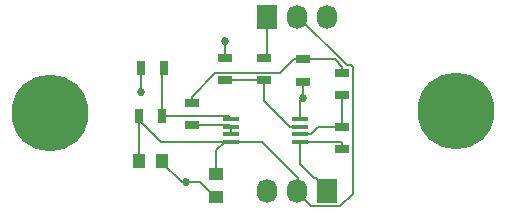
<source format=gtl>
G04 #@! TF.FileFunction,Copper,L1,Top,Signal*
%FSLAX46Y46*%
G04 Gerber Fmt 4.6, Leading zero omitted, Abs format (unit mm)*
G04 Created by KiCad (PCBNEW 4.0.1-stable) date Wednesday, August 10, 2016 'PMt' 06:58:00 PM*
%MOMM*%
G01*
G04 APERTURE LIST*
%ADD10C,0.100000*%
%ADD11R,1.727200X2.032000*%
%ADD12O,1.727200X2.032000*%
%ADD13R,1.300000X0.700000*%
%ADD14R,1.450000X0.450000*%
%ADD15R,1.250000X1.000000*%
%ADD16R,1.000000X1.250000*%
%ADD17C,6.500000*%
%ADD18R,0.700000X1.300000*%
%ADD19C,0.685800*%
%ADD20C,0.152400*%
G04 APERTURE END LIST*
D10*
D11*
X187960000Y-85344000D03*
D12*
X190500000Y-85344000D03*
X193040000Y-85344000D03*
D13*
X194310000Y-94620000D03*
X194310000Y-96520000D03*
D14*
X190754000Y-95900000D03*
X190754000Y-95250000D03*
X190754000Y-94600000D03*
X190754000Y-93950000D03*
X184854000Y-93950000D03*
X184854000Y-94600000D03*
X184854000Y-95250000D03*
X184854000Y-95900000D03*
D15*
X183642000Y-98584000D03*
X183642000Y-100584000D03*
D16*
X177070000Y-97536000D03*
X179070000Y-97536000D03*
D11*
X193040000Y-100076000D03*
D12*
X190500000Y-100076000D03*
X187960000Y-100076000D03*
D13*
X194310000Y-90048000D03*
X194310000Y-91948000D03*
D17*
X203962000Y-93280000D03*
X169600000Y-93470000D03*
D13*
X191008000Y-90800000D03*
X191008000Y-88900000D03*
X181610000Y-92588000D03*
X181610000Y-94488000D03*
X187706000Y-88778000D03*
X187706000Y-90678000D03*
X184404000Y-90678000D03*
X184404000Y-88778000D03*
D18*
X179004000Y-93726000D03*
X177104000Y-93726000D03*
X179192000Y-89662000D03*
X177292000Y-89662000D03*
D19*
X181102000Y-99314000D03*
X177292000Y-91694000D03*
X184404000Y-87376000D03*
X191008000Y-92202000D03*
D20*
X190500000Y-85090000D02*
X190500000Y-85242400D01*
X190500000Y-85242400D02*
X194665600Y-89408000D01*
X194665600Y-89408000D02*
X195072000Y-89408000D01*
X190570000Y-100238400D02*
X190570000Y-100086000D01*
X195072000Y-89408000D02*
X195188601Y-89524601D01*
X195188601Y-89524601D02*
X195188601Y-100298481D01*
X195188601Y-100298481D02*
X194156481Y-101330601D01*
X191662201Y-101330601D02*
X190570000Y-100238400D01*
X194156481Y-101330601D02*
X191662201Y-101330601D01*
X184854000Y-95900000D02*
X178978000Y-95900000D01*
X178978000Y-95900000D02*
X177104000Y-94026000D01*
X177104000Y-94026000D02*
X177104000Y-93726000D01*
X190570000Y-100086000D02*
X190570000Y-98917600D01*
X190570000Y-98917600D02*
X187552400Y-95900000D01*
X187552400Y-95900000D02*
X185731400Y-95900000D01*
X185731400Y-95900000D02*
X184854000Y-95900000D01*
X183642000Y-98584000D02*
X183642000Y-96612000D01*
X183642000Y-96612000D02*
X184354000Y-95900000D01*
X184354000Y-95900000D02*
X184854000Y-95900000D01*
X177104000Y-93726000D02*
X177104000Y-97502000D01*
X177104000Y-97502000D02*
X177070000Y-97536000D01*
X190570000Y-99933600D02*
X190570000Y-100086000D01*
X187960000Y-85090000D02*
X187960000Y-88524000D01*
X187960000Y-88524000D02*
X187706000Y-88778000D01*
X188006000Y-88778000D02*
X187706000Y-88778000D01*
X190754000Y-95900000D02*
X194192400Y-95900000D01*
X194192400Y-95900000D02*
X194310000Y-96017600D01*
X194310000Y-96017600D02*
X194310000Y-96520000D01*
X190754000Y-95900000D02*
X190754000Y-97730000D01*
X190754000Y-97730000D02*
X191941600Y-98917600D01*
X193110000Y-99933600D02*
X193110000Y-100086000D01*
X191941600Y-98917600D02*
X192094000Y-98917600D01*
X192094000Y-98917600D02*
X193110000Y-99933600D01*
X191008000Y-88900000D02*
X190205600Y-88900000D01*
X190205600Y-88900000D02*
X189006201Y-90099399D01*
X189006201Y-90099399D02*
X183571119Y-90099399D01*
X183571119Y-90099399D02*
X181610000Y-92060518D01*
X181610000Y-92060518D02*
X181610000Y-92085600D01*
X181610000Y-92085600D02*
X181610000Y-92588000D01*
X191008000Y-88900000D02*
X193664400Y-88900000D01*
X193664400Y-88900000D02*
X194310000Y-89545600D01*
X194310000Y-89545600D02*
X194310000Y-90048000D01*
X194310000Y-94620000D02*
X194310000Y-91948000D01*
X191631400Y-95250000D02*
X192261400Y-94620000D01*
X192261400Y-94620000D02*
X194310000Y-94620000D01*
X191631400Y-95250000D02*
X190754000Y-95250000D01*
X179070000Y-97536000D02*
X179070000Y-97661000D01*
X179070000Y-97661000D02*
X180723000Y-99314000D01*
X180723000Y-99314000D02*
X181102000Y-99314000D01*
X183642000Y-100584000D02*
X183517000Y-100584000D01*
X183517000Y-100584000D02*
X182247000Y-99314000D01*
X182247000Y-99314000D02*
X181102000Y-99314000D01*
X177292000Y-89662000D02*
X177292000Y-91694000D01*
X184404000Y-88778000D02*
X184404000Y-87376000D01*
X190754000Y-93950000D02*
X190754000Y-92456000D01*
X190754000Y-92456000D02*
X191008000Y-92202000D01*
X191008000Y-90800000D02*
X191008000Y-92202000D01*
X181610000Y-94488000D02*
X184742000Y-94488000D01*
X184742000Y-94488000D02*
X184854000Y-94600000D01*
X184854000Y-95250000D02*
X184854000Y-94600000D01*
X187706000Y-90678000D02*
X184404000Y-90678000D01*
X183962000Y-90678000D02*
X183896000Y-90612000D01*
X187706000Y-90678000D02*
X187706000Y-92429400D01*
X187706000Y-92429400D02*
X189876600Y-94600000D01*
X189876600Y-94600000D02*
X190754000Y-94600000D01*
X179004000Y-93726000D02*
X179004000Y-89850000D01*
X179004000Y-89850000D02*
X179192000Y-89662000D01*
X179004000Y-93726000D02*
X184630000Y-93726000D01*
X184630000Y-93726000D02*
X184854000Y-93950000D01*
M02*

</source>
